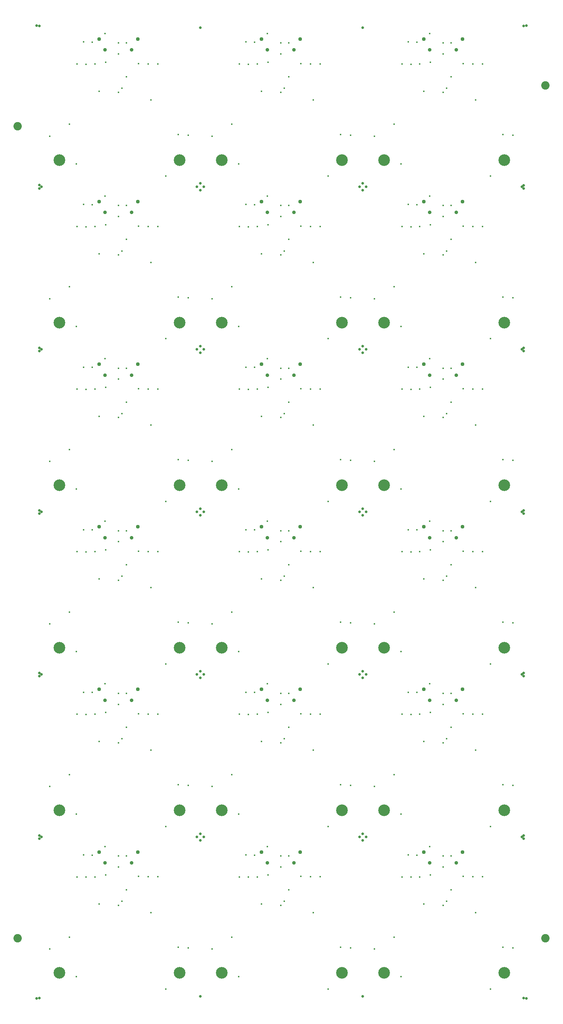
<source format=gbr>
G04 -- output software:jlccam v1.3.0 *
G04 -- dbname:*
G04 -- stepname:set*
G04 -- layer:drl*
*
G04 -- format*
%FSLAX26Y26*%
%MOIN*%
*
G04 -- apertures*
%ADD10C,0.035434*%
%ADD11C,0.112204*%
%ADD12C,0.015748*%
%ADD13C,0.037402*%
%ADD14C,0.080708*%
%ADD15C,0.025670*%
*
G75*
G90*
*
G54D10*
%LPD*%
D10*
X1041279Y1318900D03*
X1297179D03*
D11*
X601179Y257900D03*
X1760979D03*
D12*
X507079Y487800D03*
X696779Y602400D03*
X764179Y220500D03*
X771679Y1183100D03*
X833679Y1395700D03*
X858279Y1180600D03*
X916278Y1393200D03*
X944879Y1183100D03*
X984279Y921300D03*
X1039379Y1476400D03*
X1047179Y1200800D03*
X1169279Y1385800D03*
Y1279500D03*
Y909400D03*
X1204679Y948800D03*
X1247979Y1385800D03*
Y1059100D03*
X1362179Y1187500D03*
X1456679Y1185000D03*
X1484279Y838600D03*
X1551179Y1185000D03*
X1625979Y102400D03*
X1747979Y503900D03*
X1842279Y497800D03*
D13*
X982279Y1423200D03*
X1356279D03*
D10*
X1041279Y2885829D03*
X1297179D03*
D11*
X601179Y1824829D03*
X1760979D03*
D12*
X507079Y2054729D03*
X696779Y2169329D03*
X764179Y1787429D03*
X771679Y2750029D03*
X833679Y2962629D03*
X858279Y2747529D03*
X916278Y2960129D03*
X944879Y2750029D03*
X984279Y2488229D03*
X1039379Y3043329D03*
X1047179Y2767729D03*
X1169279Y2952729D03*
Y2846429D03*
Y2476329D03*
X1204679Y2515729D03*
X1247979Y2952729D03*
Y2626029D03*
X1362179Y2754429D03*
X1456679Y2751929D03*
X1484279Y2405529D03*
X1551179Y2751929D03*
X1625979Y1669329D03*
X1747979Y2070829D03*
X1842279Y2064729D03*
D13*
X982279Y2990129D03*
X1356279D03*
D10*
X1041279Y4452758D03*
X1297179D03*
D11*
X601179Y3391758D03*
X1760979D03*
D12*
X507079Y3621658D03*
X696779Y3736258D03*
X764179Y3354358D03*
X771679Y4316958D03*
X833679Y4529558D03*
X858279Y4314458D03*
X916278Y4527058D03*
X944879Y4316958D03*
X984279Y4055158D03*
X1039379Y4610258D03*
X1047179Y4334658D03*
X1169279Y4519658D03*
Y4413358D03*
Y4043258D03*
X1204679Y4082658D03*
X1247979Y4519658D03*
Y4192958D03*
X1362179Y4321358D03*
X1456679Y4318858D03*
X1484279Y3972458D03*
X1551179Y4318858D03*
X1625979Y3236258D03*
X1747979Y3637758D03*
X1842279Y3631658D03*
D13*
X982279Y4557058D03*
X1356279D03*
D10*
X1041279Y6019687D03*
X1297179D03*
D11*
X601179Y4958687D03*
X1760979D03*
D12*
X507079Y5188587D03*
X696779Y5303187D03*
X764179Y4921287D03*
X771679Y5883887D03*
X833679Y6096487D03*
X858279Y5881387D03*
X916278Y6093987D03*
X944879Y5883887D03*
X984279Y5622087D03*
X1039379Y6177187D03*
X1047179Y5901587D03*
X1169279Y6086587D03*
Y5980287D03*
Y5610187D03*
X1204679Y5649587D03*
X1247979Y6086587D03*
Y5759887D03*
X1362179Y5888287D03*
X1456679Y5885787D03*
X1484279Y5539387D03*
X1551179Y5885787D03*
X1625979Y4803187D03*
X1747979Y5204687D03*
X1842279Y5198587D03*
D13*
X982279Y6123987D03*
X1356279D03*
D10*
X1041279Y7586616D03*
X1297179D03*
D11*
X601179Y6525616D03*
X1760979D03*
D12*
X507079Y6755516D03*
X696779Y6870116D03*
X764179Y6488216D03*
X771679Y7450816D03*
X833679Y7663416D03*
X858279Y7448316D03*
X916278Y7660916D03*
X944879Y7450816D03*
X984279Y7189016D03*
X1039379Y7744116D03*
X1047179Y7468516D03*
X1169279Y7653516D03*
Y7547216D03*
Y7177116D03*
X1204679Y7216516D03*
X1247979Y7653516D03*
Y7326816D03*
X1362179Y7455216D03*
X1456679Y7452716D03*
X1484279Y7106316D03*
X1551179Y7452716D03*
X1625979Y6370116D03*
X1747979Y6771616D03*
X1842279Y6765516D03*
D13*
X982279Y7690916D03*
X1356279D03*
D10*
X1041279Y9153545D03*
X1297179D03*
D11*
X601179Y8092545D03*
X1760979D03*
D12*
X507079Y8322445D03*
X696779Y8437045D03*
X764179Y8055145D03*
X771679Y9017745D03*
X833679Y9230345D03*
X858279Y9015245D03*
X916278Y9227845D03*
X944879Y9017745D03*
X984279Y8755945D03*
X1039379Y9311045D03*
X1047179Y9035445D03*
X1169279Y9220445D03*
Y9114145D03*
Y8744045D03*
X1204679Y8783445D03*
X1247979Y9220445D03*
Y8893745D03*
X1362179Y9022145D03*
X1456679Y9019645D03*
X1484279Y8673245D03*
X1551179Y9019645D03*
X1625979Y7937045D03*
X1747979Y8338545D03*
X1842279Y8332445D03*
D13*
X982279Y9257845D03*
X1356279D03*
D10*
X2608186Y1318900D03*
X2864086D03*
D11*
X2168086Y257900D03*
X3327886D03*
D12*
X2073986Y487800D03*
X2263686Y602400D03*
X2331086Y220500D03*
X2338586Y1183100D03*
X2400586Y1395700D03*
X2425186Y1180600D03*
X2483185Y1393200D03*
X2511786Y1183100D03*
X2551186Y921300D03*
X2606286Y1476400D03*
X2614086Y1200800D03*
X2736186Y1385800D03*
Y1279500D03*
Y909400D03*
X2771586Y948800D03*
X2814886Y1385800D03*
Y1059100D03*
X2929086Y1187500D03*
X3023586Y1185000D03*
X3051186Y838600D03*
X3118086Y1185000D03*
X3192886Y102400D03*
X3314886Y503900D03*
X3409186Y497800D03*
D13*
X2549186Y1423200D03*
X2923186D03*
D10*
X2608186Y2885829D03*
X2864086D03*
D11*
X2168086Y1824829D03*
X3327886D03*
D12*
X2073986Y2054729D03*
X2263686Y2169329D03*
X2331086Y1787429D03*
X2338586Y2750029D03*
X2400586Y2962629D03*
X2425186Y2747529D03*
X2483185Y2960129D03*
X2511786Y2750029D03*
X2551186Y2488229D03*
X2606286Y3043329D03*
X2614086Y2767729D03*
X2736186Y2952729D03*
Y2846429D03*
Y2476329D03*
X2771586Y2515729D03*
X2814886Y2952729D03*
Y2626029D03*
X2929086Y2754429D03*
X3023586Y2751929D03*
X3051186Y2405529D03*
X3118086Y2751929D03*
X3192886Y1669329D03*
X3314886Y2070829D03*
X3409186Y2064729D03*
D13*
X2549186Y2990129D03*
X2923186D03*
D10*
X2608186Y4452758D03*
X2864086D03*
D11*
X2168086Y3391758D03*
X3327886D03*
D12*
X2073986Y3621658D03*
X2263686Y3736258D03*
X2331086Y3354358D03*
X2338586Y4316958D03*
X2400586Y4529558D03*
X2425186Y4314458D03*
X2483185Y4527058D03*
X2511786Y4316958D03*
X2551186Y4055158D03*
X2606286Y4610258D03*
X2614086Y4334658D03*
X2736186Y4519658D03*
Y4413358D03*
Y4043258D03*
X2771586Y4082658D03*
X2814886Y4519658D03*
Y4192958D03*
X2929086Y4321358D03*
X3023586Y4318858D03*
X3051186Y3972458D03*
X3118086Y4318858D03*
X3192886Y3236258D03*
X3314886Y3637758D03*
X3409186Y3631658D03*
D13*
X2549186Y4557058D03*
X2923186D03*
D10*
X2608186Y6019687D03*
X2864086D03*
D11*
X2168086Y4958687D03*
X3327886D03*
D12*
X2073986Y5188587D03*
X2263686Y5303187D03*
X2331086Y4921287D03*
X2338586Y5883887D03*
X2400586Y6096487D03*
X2425186Y5881387D03*
X2483185Y6093987D03*
X2511786Y5883887D03*
X2551186Y5622087D03*
X2606286Y6177187D03*
X2614086Y5901587D03*
X2736186Y6086587D03*
Y5980287D03*
Y5610187D03*
X2771586Y5649587D03*
X2814886Y6086587D03*
Y5759887D03*
X2929086Y5888287D03*
X3023586Y5885787D03*
X3051186Y5539387D03*
X3118086Y5885787D03*
X3192886Y4803187D03*
X3314886Y5204687D03*
X3409186Y5198587D03*
D13*
X2549186Y6123987D03*
X2923186D03*
D10*
X2608186Y7586616D03*
X2864086D03*
D11*
X2168086Y6525616D03*
X3327886D03*
D12*
X2073986Y6755516D03*
X2263686Y6870116D03*
X2331086Y6488216D03*
X2338586Y7450816D03*
X2400586Y7663416D03*
X2425186Y7448316D03*
X2483185Y7660916D03*
X2511786Y7450816D03*
X2551186Y7189016D03*
X2606286Y7744116D03*
X2614086Y7468516D03*
X2736186Y7653516D03*
Y7547216D03*
Y7177116D03*
X2771586Y7216516D03*
X2814886Y7653516D03*
Y7326816D03*
X2929086Y7455216D03*
X3023586Y7452716D03*
X3051186Y7106316D03*
X3118086Y7452716D03*
X3192886Y6370116D03*
X3314886Y6771616D03*
X3409186Y6765516D03*
D13*
X2549186Y7690916D03*
X2923186D03*
D10*
X2608186Y9153545D03*
X2864086D03*
D11*
X2168086Y8092545D03*
X3327886D03*
D12*
X2073986Y8322445D03*
X2263686Y8437045D03*
X2331086Y8055145D03*
X2338586Y9017745D03*
X2400586Y9230345D03*
X2425186Y9015245D03*
X2483185Y9227845D03*
X2511786Y9017745D03*
X2551186Y8755945D03*
X2606286Y9311045D03*
X2614086Y9035445D03*
X2736186Y9220445D03*
Y9114145D03*
Y8744045D03*
X2771586Y8783445D03*
X2814886Y9220445D03*
Y8893745D03*
X2929086Y9022145D03*
X3023586Y9019645D03*
X3051186Y8673245D03*
X3118086Y9019645D03*
X3192886Y7937045D03*
X3314886Y8338545D03*
X3409186Y8332445D03*
D13*
X2549186Y9257845D03*
X2923186D03*
D10*
X4175093Y1318900D03*
X4430993D03*
D11*
X3734993Y257900D03*
X4894793D03*
D12*
X3640893Y487800D03*
X3830593Y602400D03*
X3897993Y220500D03*
X3905493Y1183100D03*
X3967493Y1395700D03*
X3992093Y1180600D03*
X4050092Y1393200D03*
X4078693Y1183100D03*
X4118093Y921300D03*
X4173193Y1476400D03*
X4180993Y1200800D03*
X4303093Y1385800D03*
Y1279500D03*
Y909400D03*
X4338493Y948800D03*
X4381793Y1385800D03*
Y1059100D03*
X4495993Y1187500D03*
X4590493Y1185000D03*
X4618093Y838600D03*
X4684993Y1185000D03*
X4759793Y102400D03*
X4881793Y503900D03*
X4976093Y497800D03*
D13*
X4116093Y1423200D03*
X4490093D03*
D10*
X4175093Y2885829D03*
X4430993D03*
D11*
X3734993Y1824829D03*
X4894793D03*
D12*
X3640893Y2054729D03*
X3830593Y2169329D03*
X3897993Y1787429D03*
X3905493Y2750029D03*
X3967493Y2962629D03*
X3992093Y2747529D03*
X4050092Y2960129D03*
X4078693Y2750029D03*
X4118093Y2488229D03*
X4173193Y3043329D03*
X4180993Y2767729D03*
X4303093Y2952729D03*
Y2846429D03*
Y2476329D03*
X4338493Y2515729D03*
X4381793Y2952729D03*
Y2626029D03*
X4495993Y2754429D03*
X4590493Y2751929D03*
X4618093Y2405529D03*
X4684993Y2751929D03*
X4759793Y1669329D03*
X4881793Y2070829D03*
X4976093Y2064729D03*
D13*
X4116093Y2990129D03*
X4490093D03*
D10*
X4175093Y4452758D03*
X4430993D03*
D11*
X3734993Y3391758D03*
X4894793D03*
D12*
X3640893Y3621658D03*
X3830593Y3736258D03*
X3897993Y3354358D03*
X3905493Y4316958D03*
X3967493Y4529558D03*
X3992093Y4314458D03*
X4050092Y4527058D03*
X4078693Y4316958D03*
X4118093Y4055158D03*
X4173193Y4610258D03*
X4180993Y4334658D03*
X4303093Y4519658D03*
Y4413358D03*
Y4043258D03*
X4338493Y4082658D03*
X4381793Y4519658D03*
Y4192958D03*
X4495993Y4321358D03*
X4590493Y4318858D03*
X4618093Y3972458D03*
X4684993Y4318858D03*
X4759793Y3236258D03*
X4881793Y3637758D03*
X4976093Y3631658D03*
D13*
X4116093Y4557058D03*
X4490093D03*
D10*
X4175093Y6019687D03*
X4430993D03*
D11*
X3734993Y4958687D03*
X4894793D03*
D12*
X3640893Y5188587D03*
X3830593Y5303187D03*
X3897993Y4921287D03*
X3905493Y5883887D03*
X3967493Y6096487D03*
X3992093Y5881387D03*
X4050092Y6093987D03*
X4078693Y5883887D03*
X4118093Y5622087D03*
X4173193Y6177187D03*
X4180993Y5901587D03*
X4303093Y6086587D03*
Y5980287D03*
Y5610187D03*
X4338493Y5649587D03*
X4381793Y6086587D03*
Y5759887D03*
X4495993Y5888287D03*
X4590493Y5885787D03*
X4618093Y5539387D03*
X4684993Y5885787D03*
X4759793Y4803187D03*
X4881793Y5204687D03*
X4976093Y5198587D03*
D13*
X4116093Y6123987D03*
X4490093D03*
D10*
X4175093Y7586616D03*
X4430993D03*
D11*
X3734993Y6525616D03*
X4894793D03*
D12*
X3640893Y6755516D03*
X3830593Y6870116D03*
X3897993Y6488216D03*
X3905493Y7450816D03*
X3967493Y7663416D03*
X3992093Y7448316D03*
X4050092Y7660916D03*
X4078693Y7450816D03*
X4118093Y7189016D03*
X4173193Y7744116D03*
X4180993Y7468516D03*
X4303093Y7653516D03*
Y7547216D03*
Y7177116D03*
X4338493Y7216516D03*
X4381793Y7653516D03*
Y7326816D03*
X4495993Y7455216D03*
X4590493Y7452716D03*
X4618093Y7106316D03*
X4684993Y7452716D03*
X4759793Y6370116D03*
X4881793Y6771616D03*
X4976093Y6765516D03*
D13*
X4116093Y7690916D03*
X4490093D03*
D10*
X4175093Y9153545D03*
X4430993D03*
D11*
X3734993Y8092545D03*
X4894793D03*
D12*
X3640893Y8322445D03*
X3830593Y8437045D03*
X3897993Y8055145D03*
X3905493Y9017745D03*
X3967493Y9230345D03*
X3992093Y9015245D03*
X4050092Y9227845D03*
X4078693Y9017745D03*
X4118093Y8755945D03*
X4173193Y9311045D03*
X4180993Y9035445D03*
X4303093Y9220445D03*
Y9114145D03*
Y8744045D03*
X4338493Y8783445D03*
X4381793Y9220445D03*
Y8893745D03*
X4495993Y9022145D03*
X4590493Y9019645D03*
X4618093Y8673245D03*
X4684993Y9019645D03*
X4759793Y7937045D03*
X4881793Y8338545D03*
X4976093Y8332445D03*
D13*
X4116093Y9257845D03*
X4490093D03*
%LPD*%
D14*
X196850Y590551D03*
X5291271D03*
Y8811022D03*
X196850Y8417322D03*
D15*
X406530Y15282D03*
X1960594Y31977D03*
X3527501D03*
X5081585Y15192D03*
X5081584Y9386271D03*
X3527501Y9369595D03*
X1960594D03*
X406529Y9386400D03*
X5107255Y12834D03*
X5107254Y9388737D03*
X380860Y12834D03*
X381232Y9388723D03*
X1928608Y7834643D03*
X1960594Y7866622D03*
X1992580Y7834643D03*
X3495515D03*
X3527501Y7866622D03*
X3559487Y7834643D03*
X5081584Y7819334D03*
X5062422Y7834643D03*
X5081584Y7849836D03*
X406513Y7849945D03*
X425673Y7834643D03*
X406513Y7819454D03*
X1928608Y6267714D03*
X1960594Y6299693D03*
X1992580Y6267714D03*
X3495515D03*
X3527501Y6299693D03*
X3559487Y6267714D03*
X5081584Y6252405D03*
X5062422Y6267714D03*
X5081584Y6282907D03*
X406513Y6283016D03*
X425673Y6267714D03*
X406513Y6252525D03*
X1928608Y4700785D03*
X1960594Y4732764D03*
X1992580Y4700785D03*
X3495515D03*
X3527501Y4732764D03*
X3559487Y4700785D03*
X5081584Y4685476D03*
X5062422Y4700785D03*
X5081584Y4715978D03*
X406513Y4716087D03*
X425673Y4700785D03*
X406513Y4685596D03*
X3495515Y3133856D03*
X3527501Y3165835D03*
X3559487Y3133856D03*
X1928608D03*
X1960594Y3165835D03*
X1992580Y3133856D03*
X5081584Y3118547D03*
X5062422Y3133856D03*
X5081584Y3149049D03*
X406513Y3149158D03*
X425673Y3133856D03*
X406513Y3118667D03*
X1928608Y1566927D03*
X1960594Y1598906D03*
X1992580Y1566927D03*
X3495515D03*
X3527501Y1598906D03*
X3559487Y1566927D03*
X5081584Y1551618D03*
X5062422Y1566927D03*
X5081584Y1582120D03*
X406513Y1582229D03*
X425673Y1566927D03*
X406513Y1551738D03*
X1960778Y7801734D03*
X3527685D03*
Y6234805D03*
Y4667876D03*
Y3100947D03*
Y1534018D03*
X1960778D03*
Y3100947D03*
Y4667876D03*
Y6234805D03*
M02*

</source>
